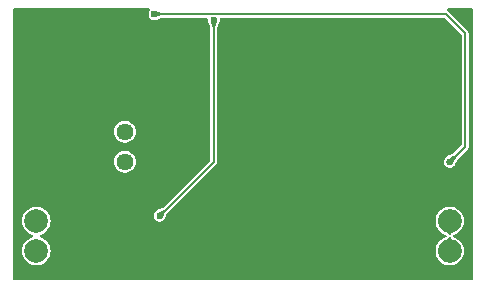
<source format=gbr>
%TF.GenerationSoftware,KiCad,Pcbnew,8.0.7*%
%TF.CreationDate,2025-01-12T01:40:55+08:00*%
%TF.ProjectId,power,706f7765-722e-46b6-9963-61645f706362,rev?*%
%TF.SameCoordinates,Original*%
%TF.FileFunction,Copper,L2,Bot*%
%TF.FilePolarity,Positive*%
%FSLAX46Y46*%
G04 Gerber Fmt 4.6, Leading zero omitted, Abs format (unit mm)*
G04 Created by KiCad (PCBNEW 8.0.7) date 2025-01-12 01:40:55*
%MOMM*%
%LPD*%
G01*
G04 APERTURE LIST*
G04 Aperture macros list*
%AMRoundRect*
0 Rectangle with rounded corners*
0 $1 Rounding radius*
0 $2 $3 $4 $5 $6 $7 $8 $9 X,Y pos of 4 corners*
0 Add a 4 corners polygon primitive as box body*
4,1,4,$2,$3,$4,$5,$6,$7,$8,$9,$2,$3,0*
0 Add four circle primitives for the rounded corners*
1,1,$1+$1,$2,$3*
1,1,$1+$1,$4,$5*
1,1,$1+$1,$6,$7*
1,1,$1+$1,$8,$9*
0 Add four rect primitives between the rounded corners*
20,1,$1+$1,$2,$3,$4,$5,0*
20,1,$1+$1,$4,$5,$6,$7,0*
20,1,$1+$1,$6,$7,$8,$9,0*
20,1,$1+$1,$8,$9,$2,$3,0*%
G04 Aperture macros list end*
%TA.AperFunction,ComponentPad*%
%ADD10RoundRect,0.500000X0.500000X-0.500000X0.500000X0.500000X-0.500000X0.500000X-0.500000X-0.500000X0*%
%TD*%
%TA.AperFunction,ComponentPad*%
%ADD11C,2.000000*%
%TD*%
%TA.AperFunction,ComponentPad*%
%ADD12C,1.440000*%
%TD*%
%TA.AperFunction,ViaPad*%
%ADD13C,0.600000*%
%TD*%
%TA.AperFunction,Conductor*%
%ADD14C,0.200000*%
%TD*%
G04 APERTURE END LIST*
D10*
%TO.P,Vin-,1,GND*%
%TO.N,GND*%
X152500000Y-67500000D03*
%TO.P,Vin-,2,GND*%
X152500000Y-64960000D03*
%TD*%
D11*
%TO.P,Vo+,1,Vin*%
%TO.N,Net-(C6-Pad2)*%
X187500000Y-82540000D03*
%TO.P,Vo+,2,Vin*%
X187500000Y-80000000D03*
%TD*%
%TO.P,U3,1,Vin*%
%TO.N,+12V*%
X152500000Y-82540000D03*
%TO.P,U3,2,Vin*%
X152500000Y-80000000D03*
%TD*%
D10*
%TO.P,Vo-,1,GND*%
%TO.N,GND*%
X187500000Y-67500000D03*
%TO.P,Vo-,2,GND*%
X187500000Y-64960000D03*
%TD*%
D12*
%TO.P,R5,1,1*%
%TO.N,Net-(C9-Pad2)*%
X160000000Y-75000000D03*
%TO.P,R5,2,2*%
X160000000Y-72460000D03*
%TO.P,R5,3,3*%
%TO.N,GND*%
X160000000Y-69920000D03*
%TD*%
D13*
%TO.N,GND*%
X170137500Y-72362500D03*
X165000000Y-72500000D03*
%TO.N,+12V*%
X162924264Y-79575736D03*
X167530000Y-63000000D03*
%TO.N,Net-(C6-Pad2)*%
X187500000Y-75000000D03*
X162500000Y-62500000D03*
%TD*%
D14*
%TO.N,+12V*%
X167500000Y-75000000D02*
X162924264Y-79575736D01*
X167500000Y-67500000D02*
X167500000Y-75000000D01*
X167500000Y-63030000D02*
X167500000Y-67500000D01*
X167530000Y-63000000D02*
X167500000Y-63030000D01*
%TO.N,Net-(C6-Pad2)*%
X167500000Y-62500000D02*
X187178642Y-62500000D01*
X188800000Y-64121358D02*
X188800000Y-73700000D01*
X187178642Y-62500000D02*
X188800000Y-64121358D01*
X188800000Y-73700000D02*
X187500000Y-75000000D01*
X162500000Y-62500000D02*
X167500000Y-62500000D01*
%TD*%
%TA.AperFunction,Conductor*%
%TO.N,Net-(C6-Pad2)*%
G36*
X187567809Y-81396873D02*
G01*
X187598523Y-81429020D01*
X187598907Y-81428703D01*
X187603349Y-81434071D01*
X187604231Y-81434995D01*
X187604559Y-81435532D01*
X187604561Y-81435536D01*
X187604563Y-81435538D01*
X187604564Y-81435540D01*
X187639628Y-81477921D01*
X187662861Y-81506001D01*
X187718261Y-81548572D01*
X187769239Y-81577248D01*
X187869720Y-81616175D01*
X187869722Y-81616175D01*
X187934696Y-81641345D01*
X187955168Y-81651538D01*
X188092424Y-81736524D01*
X188110681Y-81750312D01*
X188229969Y-81859057D01*
X188245385Y-81875967D01*
X188342665Y-82004786D01*
X188354711Y-82024241D01*
X188426663Y-82168739D01*
X188426664Y-82168740D01*
X188434930Y-82190078D01*
X188479104Y-82345333D01*
X188483309Y-82367826D01*
X188498202Y-82528558D01*
X188498202Y-82551440D01*
X188483309Y-82712170D01*
X188479104Y-82734664D01*
X188434929Y-82889920D01*
X188426663Y-82911257D01*
X188354710Y-83055758D01*
X188342664Y-83075213D01*
X188245388Y-83204027D01*
X188229972Y-83220937D01*
X188110677Y-83329689D01*
X188092416Y-83343479D01*
X187955176Y-83428454D01*
X187934693Y-83438653D01*
X187784181Y-83496962D01*
X187762173Y-83503224D01*
X187603492Y-83532888D01*
X187580706Y-83535000D01*
X187419294Y-83535000D01*
X187396508Y-83532889D01*
X187237830Y-83503226D01*
X187215822Y-83496964D01*
X187065304Y-83438653D01*
X187044820Y-83428453D01*
X187016678Y-83411028D01*
X186907575Y-83343474D01*
X186889316Y-83329685D01*
X186770028Y-83220940D01*
X186754612Y-83204030D01*
X186657332Y-83075211D01*
X186645286Y-83055756D01*
X186573331Y-82911250D01*
X186565073Y-82889937D01*
X186520891Y-82734653D01*
X186516689Y-82712169D01*
X186501796Y-82551440D01*
X186501796Y-82528558D01*
X186516689Y-82367828D01*
X186520890Y-82345346D01*
X186565075Y-82190056D01*
X186573329Y-82168750D01*
X186645289Y-82024235D01*
X186657328Y-82004792D01*
X186754615Y-81875962D01*
X186770024Y-81859060D01*
X186889323Y-81750306D01*
X186907567Y-81736528D01*
X187044823Y-81651543D01*
X187065294Y-81641349D01*
X187082724Y-81634598D01*
X187082723Y-81634597D01*
X187145308Y-81610354D01*
X187145374Y-81610325D01*
X187230768Y-81577245D01*
X187241904Y-81572550D01*
X187255151Y-81566500D01*
X187313248Y-81526702D01*
X187363272Y-81477923D01*
X187380162Y-81459306D01*
X187386819Y-81445567D01*
X187433765Y-81393819D01*
X187501235Y-81375666D01*
X187567809Y-81396873D01*
G37*
%TD.AperFunction*%
%TA.AperFunction,Conductor*%
G36*
X187603492Y-79007110D02*
G01*
X187762174Y-79036773D01*
X187784178Y-79043035D01*
X187878866Y-79079718D01*
X187934699Y-79101348D01*
X187955177Y-79111544D01*
X188092424Y-79196524D01*
X188110681Y-79210312D01*
X188229969Y-79319057D01*
X188245385Y-79335967D01*
X188342665Y-79464786D01*
X188354711Y-79484241D01*
X188426663Y-79628739D01*
X188426664Y-79628740D01*
X188434929Y-79650076D01*
X188452749Y-79712707D01*
X188479104Y-79805333D01*
X188483309Y-79827826D01*
X188498202Y-79988558D01*
X188498202Y-80011440D01*
X188483309Y-80172170D01*
X188479104Y-80194664D01*
X188434929Y-80349920D01*
X188426663Y-80371257D01*
X188354710Y-80515758D01*
X188342664Y-80535213D01*
X188245388Y-80664027D01*
X188229973Y-80680937D01*
X188110678Y-80789690D01*
X188092416Y-80803480D01*
X187955179Y-80888452D01*
X187934697Y-80898651D01*
X187769245Y-80962748D01*
X187758082Y-80967455D01*
X187744832Y-80973508D01*
X187686758Y-81013292D01*
X187686751Y-81013297D01*
X187636738Y-81062066D01*
X187636727Y-81062077D01*
X187628199Y-81071477D01*
X187619836Y-81080695D01*
X187619835Y-81080698D01*
X187613178Y-81094437D01*
X187566230Y-81146184D01*
X187498759Y-81164334D01*
X187432186Y-81143125D01*
X187401478Y-81110981D01*
X187401094Y-81111300D01*
X187396640Y-81105917D01*
X187395768Y-81105004D01*
X187395438Y-81104463D01*
X187337138Y-81033999D01*
X187337137Y-81033998D01*
X187281739Y-80991428D01*
X187281735Y-80991425D01*
X187230765Y-80962753D01*
X187230748Y-80962745D01*
X187065304Y-80898652D01*
X187044820Y-80888453D01*
X186907576Y-80803475D01*
X186889316Y-80789685D01*
X186770028Y-80680940D01*
X186754612Y-80664030D01*
X186657332Y-80535211D01*
X186645286Y-80515756D01*
X186573331Y-80371250D01*
X186565073Y-80349937D01*
X186520891Y-80194653D01*
X186516689Y-80172169D01*
X186501796Y-80011440D01*
X186501796Y-79988558D01*
X186516689Y-79827828D01*
X186520890Y-79805346D01*
X186565075Y-79650056D01*
X186573329Y-79628750D01*
X186645289Y-79484235D01*
X186657328Y-79464792D01*
X186754615Y-79335962D01*
X186770024Y-79319060D01*
X186889323Y-79210306D01*
X186907567Y-79196528D01*
X187044828Y-79111539D01*
X187065295Y-79101348D01*
X187121136Y-79079717D01*
X187215829Y-79043032D01*
X187237821Y-79036774D01*
X187396507Y-79007110D01*
X187419292Y-79005000D01*
X187580708Y-79005000D01*
X187603492Y-79007110D01*
G37*
%TD.AperFunction*%
%TA.AperFunction,Conductor*%
G36*
X187942833Y-74543447D02*
G01*
X187981012Y-74601963D01*
X187981494Y-74671831D01*
X187974717Y-74690002D01*
X187911848Y-74825192D01*
X187897946Y-74855086D01*
X187792942Y-75080876D01*
X187784883Y-75095357D01*
X187784903Y-75095369D01*
X187784896Y-75095380D01*
X187784930Y-75095401D01*
X187784241Y-75096509D01*
X187784206Y-75096574D01*
X187784128Y-75096692D01*
X187784112Y-75096718D01*
X187771386Y-75118434D01*
X187771375Y-75118454D01*
X187761763Y-75136950D01*
X187761751Y-75136974D01*
X187758126Y-75144913D01*
X187739044Y-75174604D01*
X187706843Y-75211765D01*
X187680172Y-75234876D01*
X187638803Y-75261463D01*
X187606697Y-75276125D01*
X187583109Y-75283051D01*
X187559520Y-75289977D01*
X187524587Y-75295000D01*
X187475412Y-75295000D01*
X187440479Y-75289977D01*
X187393299Y-75276124D01*
X187361196Y-75261463D01*
X187319825Y-75234875D01*
X187293153Y-75211764D01*
X187260953Y-75174604D01*
X187241870Y-75144909D01*
X187238246Y-75136974D01*
X187224082Y-75105957D01*
X187221443Y-75100178D01*
X187211501Y-75066320D01*
X187204502Y-75017638D01*
X187204502Y-74982360D01*
X187211501Y-74933672D01*
X187221442Y-74899820D01*
X187241873Y-74855081D01*
X187260948Y-74825400D01*
X187293159Y-74788227D01*
X187319827Y-74765118D01*
X187379654Y-74726671D01*
X187394386Y-74718560D01*
X187809992Y-74525281D01*
X187879078Y-74514861D01*
X187942833Y-74543447D01*
G37*
%TD.AperFunction*%
%TD*%
%TA.AperFunction,Conductor*%
%TO.N,GND*%
G36*
X162066080Y-62020185D02*
G01*
X162111835Y-62072989D01*
X162121779Y-62142147D01*
X162092754Y-62205702D01*
X162074623Y-62226627D01*
X162074622Y-62226628D01*
X162014834Y-62357543D01*
X161994353Y-62500000D01*
X162014834Y-62642456D01*
X162074622Y-62773371D01*
X162074623Y-62773373D01*
X162168872Y-62882143D01*
X162289947Y-62959953D01*
X162289950Y-62959954D01*
X162289949Y-62959954D01*
X162397107Y-62991417D01*
X162426336Y-63000000D01*
X162428036Y-63000499D01*
X162428038Y-63000500D01*
X162428039Y-63000500D01*
X162571961Y-63000500D01*
X162671906Y-62971153D01*
X162687846Y-62967595D01*
X162689605Y-62967322D01*
X162695790Y-62966364D01*
X163050570Y-62836819D01*
X163129436Y-62808022D01*
X163171967Y-62800500D01*
X166909933Y-62800500D01*
X166976972Y-62820185D01*
X167022727Y-62872989D01*
X167032671Y-62942147D01*
X167024353Y-63000000D01*
X167044834Y-63142456D01*
X167044835Y-63142457D01*
X167049702Y-63153115D01*
X167058439Y-63180010D01*
X167059504Y-63185271D01*
X167157727Y-63505130D01*
X167157728Y-63505133D01*
X167194037Y-63623369D01*
X167199500Y-63659770D01*
X167199500Y-74824166D01*
X167179815Y-74891205D01*
X167163181Y-74911847D01*
X163186933Y-78888094D01*
X163151541Y-78912849D01*
X162727735Y-79109942D01*
X162727462Y-79109355D01*
X162722079Y-79111672D01*
X162722275Y-79112100D01*
X162714205Y-79115785D01*
X162593140Y-79193589D01*
X162593138Y-79193591D01*
X162498887Y-79302362D01*
X162498886Y-79302364D01*
X162439098Y-79433279D01*
X162418617Y-79575736D01*
X162439098Y-79718192D01*
X162461417Y-79767062D01*
X162498887Y-79849109D01*
X162593136Y-79957879D01*
X162714211Y-80035689D01*
X162714214Y-80035690D01*
X162714213Y-80035690D01*
X162852300Y-80076235D01*
X162852302Y-80076236D01*
X162852303Y-80076236D01*
X162996226Y-80076236D01*
X162996226Y-80076235D01*
X163134317Y-80035689D01*
X163189852Y-79999999D01*
X186294357Y-79999999D01*
X186294357Y-80000000D01*
X186314884Y-80221535D01*
X186314885Y-80221537D01*
X186375769Y-80435523D01*
X186375775Y-80435538D01*
X186474938Y-80634683D01*
X186474943Y-80634691D01*
X186609020Y-80812238D01*
X186773437Y-80962123D01*
X186773439Y-80962125D01*
X186962595Y-81079245D01*
X186962596Y-81079245D01*
X186962599Y-81079247D01*
X187156524Y-81154374D01*
X187211924Y-81196946D01*
X187235515Y-81262713D01*
X187219804Y-81330793D01*
X187169780Y-81379572D01*
X187156533Y-81385622D01*
X187008488Y-81442975D01*
X186962601Y-81460752D01*
X186962595Y-81460754D01*
X186773439Y-81577874D01*
X186773437Y-81577876D01*
X186609020Y-81727761D01*
X186474943Y-81905308D01*
X186474938Y-81905316D01*
X186375775Y-82104461D01*
X186375769Y-82104476D01*
X186314885Y-82318462D01*
X186314884Y-82318464D01*
X186294357Y-82539999D01*
X186294357Y-82540000D01*
X186314884Y-82761535D01*
X186314885Y-82761537D01*
X186375769Y-82975523D01*
X186375775Y-82975538D01*
X186474938Y-83174683D01*
X186474943Y-83174691D01*
X186609020Y-83352238D01*
X186773437Y-83502123D01*
X186773439Y-83502125D01*
X186962595Y-83619245D01*
X186962596Y-83619245D01*
X186962599Y-83619247D01*
X187170060Y-83699618D01*
X187388757Y-83740500D01*
X187388759Y-83740500D01*
X187611241Y-83740500D01*
X187611243Y-83740500D01*
X187829940Y-83699618D01*
X188037401Y-83619247D01*
X188226562Y-83502124D01*
X188390981Y-83352236D01*
X188525058Y-83174689D01*
X188624229Y-82975528D01*
X188685115Y-82761536D01*
X188705643Y-82540000D01*
X188685115Y-82318464D01*
X188624229Y-82104472D01*
X188624224Y-82104461D01*
X188525061Y-81905316D01*
X188525056Y-81905308D01*
X188390979Y-81727761D01*
X188226562Y-81577876D01*
X188226560Y-81577874D01*
X188037404Y-81460754D01*
X188037395Y-81460750D01*
X187943956Y-81424552D01*
X187843475Y-81385625D01*
X187788075Y-81343054D01*
X187764484Y-81277288D01*
X187780195Y-81209207D01*
X187830219Y-81160428D01*
X187843466Y-81154377D01*
X188037401Y-81079247D01*
X188226562Y-80962124D01*
X188390981Y-80812236D01*
X188525058Y-80634689D01*
X188624229Y-80435528D01*
X188685115Y-80221536D01*
X188705643Y-80000000D01*
X188685115Y-79778464D01*
X188624229Y-79564472D01*
X188624224Y-79564461D01*
X188525061Y-79365316D01*
X188525056Y-79365308D01*
X188390979Y-79187761D01*
X188226562Y-79037876D01*
X188226560Y-79037874D01*
X188037404Y-78920754D01*
X188037398Y-78920752D01*
X188016998Y-78912849D01*
X187829940Y-78840382D01*
X187611243Y-78799500D01*
X187388757Y-78799500D01*
X187170060Y-78840382D01*
X187046901Y-78888094D01*
X186962601Y-78920752D01*
X186962595Y-78920754D01*
X186773439Y-79037874D01*
X186773437Y-79037876D01*
X186609020Y-79187761D01*
X186474943Y-79365308D01*
X186474938Y-79365316D01*
X186375775Y-79564461D01*
X186375769Y-79564476D01*
X186314885Y-79778462D01*
X186314884Y-79778464D01*
X186294357Y-79999999D01*
X163189852Y-79999999D01*
X163255392Y-79957879D01*
X163349641Y-79849109D01*
X163372948Y-79798071D01*
X163385668Y-79776366D01*
X163392477Y-79767062D01*
X163415204Y-79718193D01*
X163579310Y-79365311D01*
X163587147Y-79348458D01*
X163611898Y-79313071D01*
X167740460Y-75184511D01*
X167761348Y-75148332D01*
X167780021Y-75115989D01*
X167800500Y-75039562D01*
X167800500Y-67460438D01*
X167800500Y-63673767D01*
X167810680Y-63624564D01*
X167991018Y-63207395D01*
X167991026Y-63207375D01*
X167991094Y-63207219D01*
X167991644Y-63205935D01*
X167991700Y-63205803D01*
X167993319Y-63197900D01*
X168001998Y-63171286D01*
X168015165Y-63142457D01*
X168035647Y-63000000D01*
X168027329Y-62942146D01*
X168037273Y-62872988D01*
X168083028Y-62820184D01*
X168150067Y-62800500D01*
X187002809Y-62800500D01*
X187069848Y-62820185D01*
X187090490Y-62836819D01*
X188463181Y-64209510D01*
X188496666Y-64270833D01*
X188499500Y-64297191D01*
X188499500Y-73524166D01*
X188479815Y-73591205D01*
X188463181Y-73611847D01*
X187762669Y-74312358D01*
X187727277Y-74337113D01*
X187303471Y-74534206D01*
X187303198Y-74533619D01*
X187297815Y-74535936D01*
X187298011Y-74536364D01*
X187289941Y-74540049D01*
X187168876Y-74617853D01*
X187168874Y-74617855D01*
X187074623Y-74726626D01*
X187074622Y-74726628D01*
X187014834Y-74857543D01*
X186994353Y-75000000D01*
X187014834Y-75142456D01*
X187037153Y-75191326D01*
X187074623Y-75273373D01*
X187168872Y-75382143D01*
X187289947Y-75459953D01*
X187289950Y-75459954D01*
X187289949Y-75459954D01*
X187428036Y-75500499D01*
X187428038Y-75500500D01*
X187428039Y-75500500D01*
X187571962Y-75500500D01*
X187571962Y-75500499D01*
X187710053Y-75459953D01*
X187831128Y-75382143D01*
X187925377Y-75273373D01*
X187948684Y-75222335D01*
X187961404Y-75200630D01*
X187968213Y-75191326D01*
X187971382Y-75184513D01*
X188098184Y-74911847D01*
X188162883Y-74772722D01*
X188187634Y-74737335D01*
X189040460Y-73884511D01*
X189080022Y-73815988D01*
X189100500Y-73739562D01*
X189100500Y-73660438D01*
X189100500Y-64081796D01*
X189080021Y-64005369D01*
X189080017Y-64005362D01*
X189040464Y-63936853D01*
X189040458Y-63936845D01*
X187363154Y-62259541D01*
X187363149Y-62259537D01*
X187349877Y-62251875D01*
X187349875Y-62251874D01*
X187315255Y-62231886D01*
X187267041Y-62181321D01*
X187253817Y-62112714D01*
X187279785Y-62047849D01*
X187336699Y-62007320D01*
X187377256Y-62000500D01*
X189375500Y-62000500D01*
X189442539Y-62020185D01*
X189488294Y-62072989D01*
X189499500Y-62124500D01*
X189499500Y-84875500D01*
X189479815Y-84942539D01*
X189427011Y-84988294D01*
X189375500Y-84999500D01*
X150624500Y-84999500D01*
X150557461Y-84979815D01*
X150511706Y-84927011D01*
X150500500Y-84875500D01*
X150500500Y-79999999D01*
X151294357Y-79999999D01*
X151294357Y-80000000D01*
X151314884Y-80221535D01*
X151314885Y-80221537D01*
X151375769Y-80435523D01*
X151375775Y-80435538D01*
X151474938Y-80634683D01*
X151474943Y-80634691D01*
X151609020Y-80812238D01*
X151773437Y-80962123D01*
X151773439Y-80962125D01*
X151962595Y-81079245D01*
X151962596Y-81079245D01*
X151962599Y-81079247D01*
X152156524Y-81154374D01*
X152211924Y-81196946D01*
X152235515Y-81262713D01*
X152219804Y-81330793D01*
X152169780Y-81379572D01*
X152156533Y-81385622D01*
X152008488Y-81442975D01*
X151962601Y-81460752D01*
X151962595Y-81460754D01*
X151773439Y-81577874D01*
X151773437Y-81577876D01*
X151609020Y-81727761D01*
X151474943Y-81905308D01*
X151474938Y-81905316D01*
X151375775Y-82104461D01*
X151375769Y-82104476D01*
X151314885Y-82318462D01*
X151314884Y-82318464D01*
X151294357Y-82539999D01*
X151294357Y-82540000D01*
X151314884Y-82761535D01*
X151314885Y-82761537D01*
X151375769Y-82975523D01*
X151375775Y-82975538D01*
X151474938Y-83174683D01*
X151474943Y-83174691D01*
X151609020Y-83352238D01*
X151773437Y-83502123D01*
X151773439Y-83502125D01*
X151962595Y-83619245D01*
X151962596Y-83619245D01*
X151962599Y-83619247D01*
X152170060Y-83699618D01*
X152388757Y-83740500D01*
X152388759Y-83740500D01*
X152611241Y-83740500D01*
X152611243Y-83740500D01*
X152829940Y-83699618D01*
X153037401Y-83619247D01*
X153226562Y-83502124D01*
X153390981Y-83352236D01*
X153525058Y-83174689D01*
X153624229Y-82975528D01*
X153685115Y-82761536D01*
X153705643Y-82540000D01*
X153685115Y-82318464D01*
X153624229Y-82104472D01*
X153624224Y-82104461D01*
X153525061Y-81905316D01*
X153525056Y-81905308D01*
X153390979Y-81727761D01*
X153226562Y-81577876D01*
X153226560Y-81577874D01*
X153037404Y-81460754D01*
X153037395Y-81460750D01*
X152943956Y-81424552D01*
X152843475Y-81385625D01*
X152788075Y-81343054D01*
X152764484Y-81277288D01*
X152780195Y-81209207D01*
X152830219Y-81160428D01*
X152843466Y-81154377D01*
X153037401Y-81079247D01*
X153226562Y-80962124D01*
X153390981Y-80812236D01*
X153525058Y-80634689D01*
X153624229Y-80435528D01*
X153685115Y-80221536D01*
X153705643Y-80000000D01*
X153685115Y-79778464D01*
X153624229Y-79564472D01*
X153624224Y-79564461D01*
X153525061Y-79365316D01*
X153525056Y-79365308D01*
X153390979Y-79187761D01*
X153226562Y-79037876D01*
X153226560Y-79037874D01*
X153037404Y-78920754D01*
X153037398Y-78920752D01*
X153016998Y-78912849D01*
X152829940Y-78840382D01*
X152611243Y-78799500D01*
X152388757Y-78799500D01*
X152170060Y-78840382D01*
X152046901Y-78888094D01*
X151962601Y-78920752D01*
X151962595Y-78920754D01*
X151773439Y-79037874D01*
X151773437Y-79037876D01*
X151609020Y-79187761D01*
X151474943Y-79365308D01*
X151474938Y-79365316D01*
X151375775Y-79564461D01*
X151375769Y-79564476D01*
X151314885Y-79778462D01*
X151314884Y-79778464D01*
X151294357Y-79999999D01*
X150500500Y-79999999D01*
X150500500Y-75000000D01*
X159074430Y-75000000D01*
X159094656Y-75192439D01*
X159094657Y-75192441D01*
X159154447Y-75376456D01*
X159154450Y-75376463D01*
X159251197Y-75544035D01*
X159380667Y-75687828D01*
X159380674Y-75687834D01*
X159537210Y-75801564D01*
X159537211Y-75801564D01*
X159537215Y-75801567D01*
X159681377Y-75865752D01*
X159713978Y-75880267D01*
X159713983Y-75880269D01*
X159903252Y-75920500D01*
X160096748Y-75920500D01*
X160286017Y-75880269D01*
X160462785Y-75801567D01*
X160619327Y-75687833D01*
X160748802Y-75544036D01*
X160845550Y-75376463D01*
X160905344Y-75192437D01*
X160925570Y-75000000D01*
X160905344Y-74807563D01*
X160845550Y-74623537D01*
X160748802Y-74455964D01*
X160619332Y-74312171D01*
X160619325Y-74312165D01*
X160462789Y-74198435D01*
X160462786Y-74198433D01*
X160462785Y-74198433D01*
X160398598Y-74169855D01*
X160286021Y-74119732D01*
X160286016Y-74119730D01*
X160096748Y-74079500D01*
X159903252Y-74079500D01*
X159713983Y-74119730D01*
X159713978Y-74119732D01*
X159537215Y-74198433D01*
X159537210Y-74198435D01*
X159380674Y-74312165D01*
X159380667Y-74312171D01*
X159251197Y-74455964D01*
X159154450Y-74623536D01*
X159154447Y-74623543D01*
X159094657Y-74807558D01*
X159094656Y-74807560D01*
X159074430Y-75000000D01*
X150500500Y-75000000D01*
X150500500Y-72460000D01*
X159074430Y-72460000D01*
X159094656Y-72652439D01*
X159094657Y-72652441D01*
X159154447Y-72836456D01*
X159154450Y-72836463D01*
X159251197Y-73004035D01*
X159380667Y-73147828D01*
X159380674Y-73147834D01*
X159537210Y-73261564D01*
X159537211Y-73261564D01*
X159537215Y-73261567D01*
X159681377Y-73325752D01*
X159713978Y-73340267D01*
X159713983Y-73340269D01*
X159903252Y-73380500D01*
X160096748Y-73380500D01*
X160286017Y-73340269D01*
X160462785Y-73261567D01*
X160619327Y-73147833D01*
X160748802Y-73004036D01*
X160845550Y-72836463D01*
X160905344Y-72652437D01*
X160925570Y-72460000D01*
X160905344Y-72267563D01*
X160845550Y-72083537D01*
X160748802Y-71915964D01*
X160619332Y-71772171D01*
X160619325Y-71772165D01*
X160462789Y-71658435D01*
X160462786Y-71658433D01*
X160462785Y-71658433D01*
X160398598Y-71629855D01*
X160286021Y-71579732D01*
X160286016Y-71579730D01*
X160096748Y-71539500D01*
X159903252Y-71539500D01*
X159713983Y-71579730D01*
X159713978Y-71579732D01*
X159537215Y-71658433D01*
X159537210Y-71658435D01*
X159380674Y-71772165D01*
X159380667Y-71772171D01*
X159251197Y-71915964D01*
X159154450Y-72083536D01*
X159154447Y-72083543D01*
X159094657Y-72267558D01*
X159094656Y-72267560D01*
X159074430Y-72460000D01*
X150500500Y-72460000D01*
X150500500Y-62124500D01*
X150520185Y-62057461D01*
X150572989Y-62011706D01*
X150624500Y-62000500D01*
X161999041Y-62000500D01*
X162066080Y-62020185D01*
G37*
%TD.AperFunction*%
%TD*%
%TA.AperFunction,Conductor*%
%TO.N,+12V*%
G36*
X163283603Y-79086548D02*
G01*
X163413451Y-79216396D01*
X163416878Y-79224669D01*
X163415787Y-79229603D01*
X163206141Y-79680406D01*
X163199545Y-79686462D01*
X163191088Y-79686295D01*
X162928079Y-79578299D01*
X162921727Y-79571987D01*
X162921700Y-79571920D01*
X162813704Y-79308911D01*
X162813731Y-79299956D01*
X162819590Y-79293860D01*
X163270398Y-79084211D01*
X163279343Y-79083831D01*
X163283603Y-79086548D01*
G37*
%TD.AperFunction*%
%TD*%
%TA.AperFunction,Conductor*%
%TO.N,+12V*%
G36*
X167796236Y-63110239D02*
G01*
X167802547Y-63116590D01*
X167802520Y-63125545D01*
X167802464Y-63125677D01*
X167603049Y-63586978D01*
X167596623Y-63593210D01*
X167592312Y-63594033D01*
X167408647Y-63594033D01*
X167400374Y-63590606D01*
X167397462Y-63585768D01*
X167356890Y-63453651D01*
X167255950Y-63124945D01*
X167256798Y-63116031D01*
X167262623Y-63110715D01*
X167525490Y-63000883D01*
X167534444Y-63000857D01*
X167796236Y-63110239D01*
G37*
%TD.AperFunction*%
%TD*%
%TA.AperFunction,Conductor*%
%TO.N,Net-(C6-Pad2)*%
G36*
X187859339Y-74510812D02*
G01*
X187989187Y-74640660D01*
X187992614Y-74648933D01*
X187991523Y-74653867D01*
X187781877Y-75104670D01*
X187775281Y-75110726D01*
X187766824Y-75110559D01*
X187503815Y-75002563D01*
X187497463Y-74996251D01*
X187497436Y-74996184D01*
X187389440Y-74733175D01*
X187389467Y-74724220D01*
X187395326Y-74718124D01*
X187846134Y-74508475D01*
X187855079Y-74508095D01*
X187859339Y-74510812D01*
G37*
%TD.AperFunction*%
%TD*%
%TA.AperFunction,Conductor*%
%TO.N,Net-(C6-Pad2)*%
G36*
X163092313Y-62397193D02*
G01*
X163098909Y-62403249D01*
X163100000Y-62408183D01*
X163100000Y-62591816D01*
X163096573Y-62600089D01*
X163092313Y-62602806D01*
X162625305Y-62773330D01*
X162616358Y-62772949D01*
X162610496Y-62766851D01*
X162500883Y-62504509D01*
X162500857Y-62495556D01*
X162500862Y-62495542D01*
X162610496Y-62233147D01*
X162616848Y-62226836D01*
X162625302Y-62226669D01*
X163092313Y-62397193D01*
G37*
%TD.AperFunction*%
%TD*%
M02*

</source>
